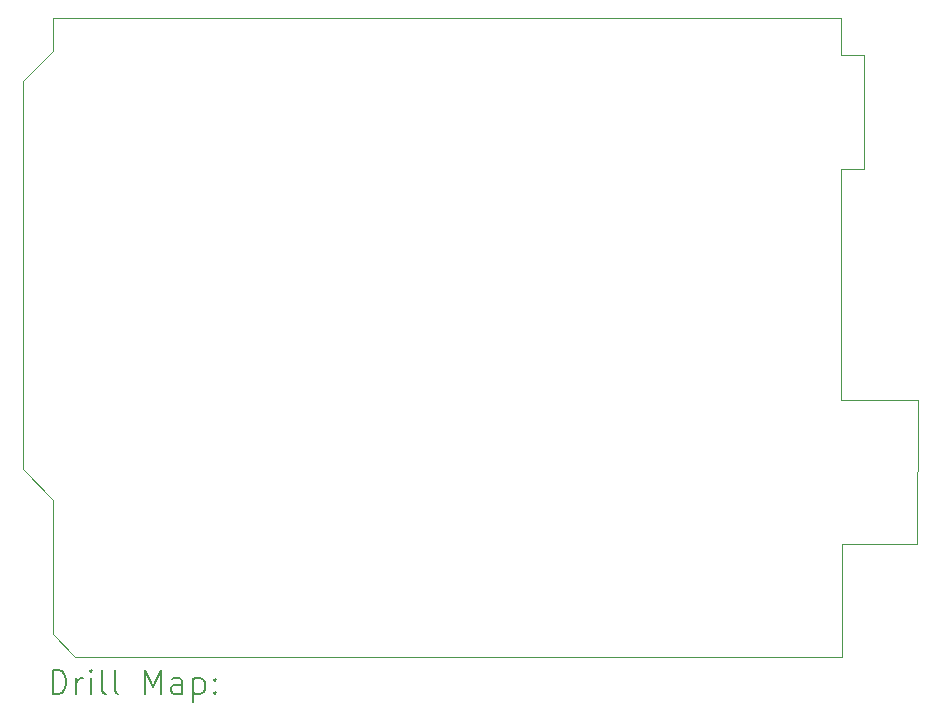
<source format=gbr>
%FSLAX45Y45*%
G04 Gerber Fmt 4.5, Leading zero omitted, Abs format (unit mm)*
G04 Created by KiCad (PCBNEW (6.0.6)) date 2022-11-26 18:27:29*
%MOMM*%
%LPD*%
G01*
G04 APERTURE LIST*
%TA.AperFunction,Profile*%
%ADD10C,0.100000*%
%TD*%
%ADD11C,0.200000*%
G04 APERTURE END LIST*
D10*
X12176760Y-6982460D02*
X12176760Y-7947660D01*
X12623800Y-11125200D02*
X11983720Y-11125200D01*
X11981180Y-6982460D02*
X12176760Y-6982460D01*
X11978640Y-7947660D02*
X11978640Y-9906000D01*
X11978640Y-9906000D02*
X12626340Y-9906000D01*
X5306060Y-6949440D02*
X5306060Y-6667500D01*
X12176760Y-7947660D02*
X11978640Y-7947660D01*
X5052060Y-7203440D02*
X5306060Y-6949440D01*
X5306060Y-10751820D02*
X5052060Y-10492740D01*
X5052060Y-10492740D02*
X5052060Y-7203440D01*
X11981180Y-6667500D02*
X11981180Y-6982460D01*
X5306060Y-11889740D02*
X5306060Y-10751820D01*
X5488940Y-12077700D02*
X5306060Y-11889740D01*
X11983720Y-12077700D02*
X5488940Y-12077700D01*
X5306060Y-6667500D02*
X11981180Y-6667500D01*
X12626340Y-9906000D02*
X12623800Y-11125200D01*
X11983720Y-11125200D02*
X11983720Y-12077700D01*
D11*
X5304679Y-12393176D02*
X5304679Y-12193176D01*
X5352298Y-12193176D01*
X5380870Y-12202700D01*
X5399917Y-12221748D01*
X5409441Y-12240795D01*
X5418965Y-12278890D01*
X5418965Y-12307462D01*
X5409441Y-12345557D01*
X5399917Y-12364605D01*
X5380870Y-12383652D01*
X5352298Y-12393176D01*
X5304679Y-12393176D01*
X5504679Y-12393176D02*
X5504679Y-12259843D01*
X5504679Y-12297938D02*
X5514203Y-12278890D01*
X5523727Y-12269367D01*
X5542774Y-12259843D01*
X5561822Y-12259843D01*
X5628488Y-12393176D02*
X5628488Y-12259843D01*
X5628488Y-12193176D02*
X5618965Y-12202700D01*
X5628488Y-12212224D01*
X5638012Y-12202700D01*
X5628488Y-12193176D01*
X5628488Y-12212224D01*
X5752298Y-12393176D02*
X5733250Y-12383652D01*
X5723727Y-12364605D01*
X5723727Y-12193176D01*
X5857060Y-12393176D02*
X5838012Y-12383652D01*
X5828488Y-12364605D01*
X5828488Y-12193176D01*
X6085631Y-12393176D02*
X6085631Y-12193176D01*
X6152298Y-12336033D01*
X6218965Y-12193176D01*
X6218965Y-12393176D01*
X6399917Y-12393176D02*
X6399917Y-12288414D01*
X6390393Y-12269367D01*
X6371346Y-12259843D01*
X6333250Y-12259843D01*
X6314203Y-12269367D01*
X6399917Y-12383652D02*
X6380869Y-12393176D01*
X6333250Y-12393176D01*
X6314203Y-12383652D01*
X6304679Y-12364605D01*
X6304679Y-12345557D01*
X6314203Y-12326509D01*
X6333250Y-12316986D01*
X6380869Y-12316986D01*
X6399917Y-12307462D01*
X6495155Y-12259843D02*
X6495155Y-12459843D01*
X6495155Y-12269367D02*
X6514203Y-12259843D01*
X6552298Y-12259843D01*
X6571346Y-12269367D01*
X6580869Y-12278890D01*
X6590393Y-12297938D01*
X6590393Y-12355081D01*
X6580869Y-12374128D01*
X6571346Y-12383652D01*
X6552298Y-12393176D01*
X6514203Y-12393176D01*
X6495155Y-12383652D01*
X6676108Y-12374128D02*
X6685631Y-12383652D01*
X6676108Y-12393176D01*
X6666584Y-12383652D01*
X6676108Y-12374128D01*
X6676108Y-12393176D01*
X6676108Y-12269367D02*
X6685631Y-12278890D01*
X6676108Y-12288414D01*
X6666584Y-12278890D01*
X6676108Y-12269367D01*
X6676108Y-12288414D01*
M02*

</source>
